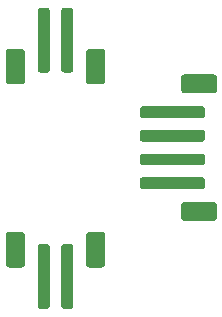
<source format=gbr>
G04 #@! TF.GenerationSoftware,KiCad,Pcbnew,(5.1.5-0)*
G04 #@! TF.CreationDate,2020-12-05T09:23:08-07:00*
G04 #@! TF.ProjectId,back_panel,6261636b-5f70-4616-9e65-6c2e6b696361,rev?*
G04 #@! TF.SameCoordinates,Original*
G04 #@! TF.FileFunction,Paste,Top*
G04 #@! TF.FilePolarity,Positive*
%FSLAX46Y46*%
G04 Gerber Fmt 4.6, Leading zero omitted, Abs format (unit mm)*
G04 Created by KiCad (PCBNEW (5.1.5-0)) date 2020-12-05 09:23:08*
%MOMM*%
%LPD*%
G04 APERTURE LIST*
%ADD10C,0.100000*%
G04 APERTURE END LIST*
D10*
G36*
X154424504Y-115201204D02*
G01*
X154448773Y-115204804D01*
X154472571Y-115210765D01*
X154495671Y-115219030D01*
X154517849Y-115229520D01*
X154538893Y-115242133D01*
X154558598Y-115256747D01*
X154576777Y-115273223D01*
X154593253Y-115291402D01*
X154607867Y-115311107D01*
X154620480Y-115332151D01*
X154630970Y-115354329D01*
X154639235Y-115377429D01*
X154645196Y-115401227D01*
X154648796Y-115425496D01*
X154650000Y-115450000D01*
X154650000Y-116550000D01*
X154648796Y-116574504D01*
X154645196Y-116598773D01*
X154639235Y-116622571D01*
X154630970Y-116645671D01*
X154620480Y-116667849D01*
X154607867Y-116688893D01*
X154593253Y-116708598D01*
X154576777Y-116726777D01*
X154558598Y-116743253D01*
X154538893Y-116757867D01*
X154517849Y-116770480D01*
X154495671Y-116780970D01*
X154472571Y-116789235D01*
X154448773Y-116795196D01*
X154424504Y-116798796D01*
X154400000Y-116800000D01*
X151900000Y-116800000D01*
X151875496Y-116798796D01*
X151851227Y-116795196D01*
X151827429Y-116789235D01*
X151804329Y-116780970D01*
X151782151Y-116770480D01*
X151761107Y-116757867D01*
X151741402Y-116743253D01*
X151723223Y-116726777D01*
X151706747Y-116708598D01*
X151692133Y-116688893D01*
X151679520Y-116667849D01*
X151669030Y-116645671D01*
X151660765Y-116622571D01*
X151654804Y-116598773D01*
X151651204Y-116574504D01*
X151650000Y-116550000D01*
X151650000Y-115450000D01*
X151651204Y-115425496D01*
X151654804Y-115401227D01*
X151660765Y-115377429D01*
X151669030Y-115354329D01*
X151679520Y-115332151D01*
X151692133Y-115311107D01*
X151706747Y-115291402D01*
X151723223Y-115273223D01*
X151741402Y-115256747D01*
X151761107Y-115242133D01*
X151782151Y-115229520D01*
X151804329Y-115219030D01*
X151827429Y-115210765D01*
X151851227Y-115204804D01*
X151875496Y-115201204D01*
X151900000Y-115200000D01*
X154400000Y-115200000D01*
X154424504Y-115201204D01*
G37*
G36*
X154424504Y-104401204D02*
G01*
X154448773Y-104404804D01*
X154472571Y-104410765D01*
X154495671Y-104419030D01*
X154517849Y-104429520D01*
X154538893Y-104442133D01*
X154558598Y-104456747D01*
X154576777Y-104473223D01*
X154593253Y-104491402D01*
X154607867Y-104511107D01*
X154620480Y-104532151D01*
X154630970Y-104554329D01*
X154639235Y-104577429D01*
X154645196Y-104601227D01*
X154648796Y-104625496D01*
X154650000Y-104650000D01*
X154650000Y-105750000D01*
X154648796Y-105774504D01*
X154645196Y-105798773D01*
X154639235Y-105822571D01*
X154630970Y-105845671D01*
X154620480Y-105867849D01*
X154607867Y-105888893D01*
X154593253Y-105908598D01*
X154576777Y-105926777D01*
X154558598Y-105943253D01*
X154538893Y-105957867D01*
X154517849Y-105970480D01*
X154495671Y-105980970D01*
X154472571Y-105989235D01*
X154448773Y-105995196D01*
X154424504Y-105998796D01*
X154400000Y-106000000D01*
X151900000Y-106000000D01*
X151875496Y-105998796D01*
X151851227Y-105995196D01*
X151827429Y-105989235D01*
X151804329Y-105980970D01*
X151782151Y-105970480D01*
X151761107Y-105957867D01*
X151741402Y-105943253D01*
X151723223Y-105926777D01*
X151706747Y-105908598D01*
X151692133Y-105888893D01*
X151679520Y-105867849D01*
X151669030Y-105845671D01*
X151660765Y-105822571D01*
X151654804Y-105798773D01*
X151651204Y-105774504D01*
X151650000Y-105750000D01*
X151650000Y-104650000D01*
X151651204Y-104625496D01*
X151654804Y-104601227D01*
X151660765Y-104577429D01*
X151669030Y-104554329D01*
X151679520Y-104532151D01*
X151692133Y-104511107D01*
X151706747Y-104491402D01*
X151723223Y-104473223D01*
X151741402Y-104456747D01*
X151761107Y-104442133D01*
X151782151Y-104429520D01*
X151804329Y-104419030D01*
X151827429Y-104410765D01*
X151851227Y-104404804D01*
X151875496Y-104401204D01*
X151900000Y-104400000D01*
X154400000Y-104400000D01*
X154424504Y-104401204D01*
G37*
G36*
X153424504Y-113101204D02*
G01*
X153448773Y-113104804D01*
X153472571Y-113110765D01*
X153495671Y-113119030D01*
X153517849Y-113129520D01*
X153538893Y-113142133D01*
X153558598Y-113156747D01*
X153576777Y-113173223D01*
X153593253Y-113191402D01*
X153607867Y-113211107D01*
X153620480Y-113232151D01*
X153630970Y-113254329D01*
X153639235Y-113277429D01*
X153645196Y-113301227D01*
X153648796Y-113325496D01*
X153650000Y-113350000D01*
X153650000Y-113850000D01*
X153648796Y-113874504D01*
X153645196Y-113898773D01*
X153639235Y-113922571D01*
X153630970Y-113945671D01*
X153620480Y-113967849D01*
X153607867Y-113988893D01*
X153593253Y-114008598D01*
X153576777Y-114026777D01*
X153558598Y-114043253D01*
X153538893Y-114057867D01*
X153517849Y-114070480D01*
X153495671Y-114080970D01*
X153472571Y-114089235D01*
X153448773Y-114095196D01*
X153424504Y-114098796D01*
X153400000Y-114100000D01*
X148400000Y-114100000D01*
X148375496Y-114098796D01*
X148351227Y-114095196D01*
X148327429Y-114089235D01*
X148304329Y-114080970D01*
X148282151Y-114070480D01*
X148261107Y-114057867D01*
X148241402Y-114043253D01*
X148223223Y-114026777D01*
X148206747Y-114008598D01*
X148192133Y-113988893D01*
X148179520Y-113967849D01*
X148169030Y-113945671D01*
X148160765Y-113922571D01*
X148154804Y-113898773D01*
X148151204Y-113874504D01*
X148150000Y-113850000D01*
X148150000Y-113350000D01*
X148151204Y-113325496D01*
X148154804Y-113301227D01*
X148160765Y-113277429D01*
X148169030Y-113254329D01*
X148179520Y-113232151D01*
X148192133Y-113211107D01*
X148206747Y-113191402D01*
X148223223Y-113173223D01*
X148241402Y-113156747D01*
X148261107Y-113142133D01*
X148282151Y-113129520D01*
X148304329Y-113119030D01*
X148327429Y-113110765D01*
X148351227Y-113104804D01*
X148375496Y-113101204D01*
X148400000Y-113100000D01*
X153400000Y-113100000D01*
X153424504Y-113101204D01*
G37*
G36*
X153424504Y-111101204D02*
G01*
X153448773Y-111104804D01*
X153472571Y-111110765D01*
X153495671Y-111119030D01*
X153517849Y-111129520D01*
X153538893Y-111142133D01*
X153558598Y-111156747D01*
X153576777Y-111173223D01*
X153593253Y-111191402D01*
X153607867Y-111211107D01*
X153620480Y-111232151D01*
X153630970Y-111254329D01*
X153639235Y-111277429D01*
X153645196Y-111301227D01*
X153648796Y-111325496D01*
X153650000Y-111350000D01*
X153650000Y-111850000D01*
X153648796Y-111874504D01*
X153645196Y-111898773D01*
X153639235Y-111922571D01*
X153630970Y-111945671D01*
X153620480Y-111967849D01*
X153607867Y-111988893D01*
X153593253Y-112008598D01*
X153576777Y-112026777D01*
X153558598Y-112043253D01*
X153538893Y-112057867D01*
X153517849Y-112070480D01*
X153495671Y-112080970D01*
X153472571Y-112089235D01*
X153448773Y-112095196D01*
X153424504Y-112098796D01*
X153400000Y-112100000D01*
X148400000Y-112100000D01*
X148375496Y-112098796D01*
X148351227Y-112095196D01*
X148327429Y-112089235D01*
X148304329Y-112080970D01*
X148282151Y-112070480D01*
X148261107Y-112057867D01*
X148241402Y-112043253D01*
X148223223Y-112026777D01*
X148206747Y-112008598D01*
X148192133Y-111988893D01*
X148179520Y-111967849D01*
X148169030Y-111945671D01*
X148160765Y-111922571D01*
X148154804Y-111898773D01*
X148151204Y-111874504D01*
X148150000Y-111850000D01*
X148150000Y-111350000D01*
X148151204Y-111325496D01*
X148154804Y-111301227D01*
X148160765Y-111277429D01*
X148169030Y-111254329D01*
X148179520Y-111232151D01*
X148192133Y-111211107D01*
X148206747Y-111191402D01*
X148223223Y-111173223D01*
X148241402Y-111156747D01*
X148261107Y-111142133D01*
X148282151Y-111129520D01*
X148304329Y-111119030D01*
X148327429Y-111110765D01*
X148351227Y-111104804D01*
X148375496Y-111101204D01*
X148400000Y-111100000D01*
X153400000Y-111100000D01*
X153424504Y-111101204D01*
G37*
G36*
X153424504Y-109101204D02*
G01*
X153448773Y-109104804D01*
X153472571Y-109110765D01*
X153495671Y-109119030D01*
X153517849Y-109129520D01*
X153538893Y-109142133D01*
X153558598Y-109156747D01*
X153576777Y-109173223D01*
X153593253Y-109191402D01*
X153607867Y-109211107D01*
X153620480Y-109232151D01*
X153630970Y-109254329D01*
X153639235Y-109277429D01*
X153645196Y-109301227D01*
X153648796Y-109325496D01*
X153650000Y-109350000D01*
X153650000Y-109850000D01*
X153648796Y-109874504D01*
X153645196Y-109898773D01*
X153639235Y-109922571D01*
X153630970Y-109945671D01*
X153620480Y-109967849D01*
X153607867Y-109988893D01*
X153593253Y-110008598D01*
X153576777Y-110026777D01*
X153558598Y-110043253D01*
X153538893Y-110057867D01*
X153517849Y-110070480D01*
X153495671Y-110080970D01*
X153472571Y-110089235D01*
X153448773Y-110095196D01*
X153424504Y-110098796D01*
X153400000Y-110100000D01*
X148400000Y-110100000D01*
X148375496Y-110098796D01*
X148351227Y-110095196D01*
X148327429Y-110089235D01*
X148304329Y-110080970D01*
X148282151Y-110070480D01*
X148261107Y-110057867D01*
X148241402Y-110043253D01*
X148223223Y-110026777D01*
X148206747Y-110008598D01*
X148192133Y-109988893D01*
X148179520Y-109967849D01*
X148169030Y-109945671D01*
X148160765Y-109922571D01*
X148154804Y-109898773D01*
X148151204Y-109874504D01*
X148150000Y-109850000D01*
X148150000Y-109350000D01*
X148151204Y-109325496D01*
X148154804Y-109301227D01*
X148160765Y-109277429D01*
X148169030Y-109254329D01*
X148179520Y-109232151D01*
X148192133Y-109211107D01*
X148206747Y-109191402D01*
X148223223Y-109173223D01*
X148241402Y-109156747D01*
X148261107Y-109142133D01*
X148282151Y-109129520D01*
X148304329Y-109119030D01*
X148327429Y-109110765D01*
X148351227Y-109104804D01*
X148375496Y-109101204D01*
X148400000Y-109100000D01*
X153400000Y-109100000D01*
X153424504Y-109101204D01*
G37*
G36*
X153424504Y-107101204D02*
G01*
X153448773Y-107104804D01*
X153472571Y-107110765D01*
X153495671Y-107119030D01*
X153517849Y-107129520D01*
X153538893Y-107142133D01*
X153558598Y-107156747D01*
X153576777Y-107173223D01*
X153593253Y-107191402D01*
X153607867Y-107211107D01*
X153620480Y-107232151D01*
X153630970Y-107254329D01*
X153639235Y-107277429D01*
X153645196Y-107301227D01*
X153648796Y-107325496D01*
X153650000Y-107350000D01*
X153650000Y-107850000D01*
X153648796Y-107874504D01*
X153645196Y-107898773D01*
X153639235Y-107922571D01*
X153630970Y-107945671D01*
X153620480Y-107967849D01*
X153607867Y-107988893D01*
X153593253Y-108008598D01*
X153576777Y-108026777D01*
X153558598Y-108043253D01*
X153538893Y-108057867D01*
X153517849Y-108070480D01*
X153495671Y-108080970D01*
X153472571Y-108089235D01*
X153448773Y-108095196D01*
X153424504Y-108098796D01*
X153400000Y-108100000D01*
X148400000Y-108100000D01*
X148375496Y-108098796D01*
X148351227Y-108095196D01*
X148327429Y-108089235D01*
X148304329Y-108080970D01*
X148282151Y-108070480D01*
X148261107Y-108057867D01*
X148241402Y-108043253D01*
X148223223Y-108026777D01*
X148206747Y-108008598D01*
X148192133Y-107988893D01*
X148179520Y-107967849D01*
X148169030Y-107945671D01*
X148160765Y-107922571D01*
X148154804Y-107898773D01*
X148151204Y-107874504D01*
X148150000Y-107850000D01*
X148150000Y-107350000D01*
X148151204Y-107325496D01*
X148154804Y-107301227D01*
X148160765Y-107277429D01*
X148169030Y-107254329D01*
X148179520Y-107232151D01*
X148192133Y-107211107D01*
X148206747Y-107191402D01*
X148223223Y-107173223D01*
X148241402Y-107156747D01*
X148261107Y-107142133D01*
X148282151Y-107129520D01*
X148304329Y-107119030D01*
X148327429Y-107110765D01*
X148351227Y-107104804D01*
X148375496Y-107101204D01*
X148400000Y-107100000D01*
X153400000Y-107100000D01*
X153424504Y-107101204D01*
G37*
G36*
X144974504Y-117751204D02*
G01*
X144998773Y-117754804D01*
X145022571Y-117760765D01*
X145045671Y-117769030D01*
X145067849Y-117779520D01*
X145088893Y-117792133D01*
X145108598Y-117806747D01*
X145126777Y-117823223D01*
X145143253Y-117841402D01*
X145157867Y-117861107D01*
X145170480Y-117882151D01*
X145180970Y-117904329D01*
X145189235Y-117927429D01*
X145195196Y-117951227D01*
X145198796Y-117975496D01*
X145200000Y-118000000D01*
X145200000Y-120500000D01*
X145198796Y-120524504D01*
X145195196Y-120548773D01*
X145189235Y-120572571D01*
X145180970Y-120595671D01*
X145170480Y-120617849D01*
X145157867Y-120638893D01*
X145143253Y-120658598D01*
X145126777Y-120676777D01*
X145108598Y-120693253D01*
X145088893Y-120707867D01*
X145067849Y-120720480D01*
X145045671Y-120730970D01*
X145022571Y-120739235D01*
X144998773Y-120745196D01*
X144974504Y-120748796D01*
X144950000Y-120750000D01*
X143850000Y-120750000D01*
X143825496Y-120748796D01*
X143801227Y-120745196D01*
X143777429Y-120739235D01*
X143754329Y-120730970D01*
X143732151Y-120720480D01*
X143711107Y-120707867D01*
X143691402Y-120693253D01*
X143673223Y-120676777D01*
X143656747Y-120658598D01*
X143642133Y-120638893D01*
X143629520Y-120617849D01*
X143619030Y-120595671D01*
X143610765Y-120572571D01*
X143604804Y-120548773D01*
X143601204Y-120524504D01*
X143600000Y-120500000D01*
X143600000Y-118000000D01*
X143601204Y-117975496D01*
X143604804Y-117951227D01*
X143610765Y-117927429D01*
X143619030Y-117904329D01*
X143629520Y-117882151D01*
X143642133Y-117861107D01*
X143656747Y-117841402D01*
X143673223Y-117823223D01*
X143691402Y-117806747D01*
X143711107Y-117792133D01*
X143732151Y-117779520D01*
X143754329Y-117769030D01*
X143777429Y-117760765D01*
X143801227Y-117754804D01*
X143825496Y-117751204D01*
X143850000Y-117750000D01*
X144950000Y-117750000D01*
X144974504Y-117751204D01*
G37*
G36*
X138174504Y-117751204D02*
G01*
X138198773Y-117754804D01*
X138222571Y-117760765D01*
X138245671Y-117769030D01*
X138267849Y-117779520D01*
X138288893Y-117792133D01*
X138308598Y-117806747D01*
X138326777Y-117823223D01*
X138343253Y-117841402D01*
X138357867Y-117861107D01*
X138370480Y-117882151D01*
X138380970Y-117904329D01*
X138389235Y-117927429D01*
X138395196Y-117951227D01*
X138398796Y-117975496D01*
X138400000Y-118000000D01*
X138400000Y-120500000D01*
X138398796Y-120524504D01*
X138395196Y-120548773D01*
X138389235Y-120572571D01*
X138380970Y-120595671D01*
X138370480Y-120617849D01*
X138357867Y-120638893D01*
X138343253Y-120658598D01*
X138326777Y-120676777D01*
X138308598Y-120693253D01*
X138288893Y-120707867D01*
X138267849Y-120720480D01*
X138245671Y-120730970D01*
X138222571Y-120739235D01*
X138198773Y-120745196D01*
X138174504Y-120748796D01*
X138150000Y-120750000D01*
X137050000Y-120750000D01*
X137025496Y-120748796D01*
X137001227Y-120745196D01*
X136977429Y-120739235D01*
X136954329Y-120730970D01*
X136932151Y-120720480D01*
X136911107Y-120707867D01*
X136891402Y-120693253D01*
X136873223Y-120676777D01*
X136856747Y-120658598D01*
X136842133Y-120638893D01*
X136829520Y-120617849D01*
X136819030Y-120595671D01*
X136810765Y-120572571D01*
X136804804Y-120548773D01*
X136801204Y-120524504D01*
X136800000Y-120500000D01*
X136800000Y-118000000D01*
X136801204Y-117975496D01*
X136804804Y-117951227D01*
X136810765Y-117927429D01*
X136819030Y-117904329D01*
X136829520Y-117882151D01*
X136842133Y-117861107D01*
X136856747Y-117841402D01*
X136873223Y-117823223D01*
X136891402Y-117806747D01*
X136911107Y-117792133D01*
X136932151Y-117779520D01*
X136954329Y-117769030D01*
X136977429Y-117760765D01*
X137001227Y-117754804D01*
X137025496Y-117751204D01*
X137050000Y-117750000D01*
X138150000Y-117750000D01*
X138174504Y-117751204D01*
G37*
G36*
X142274504Y-118751204D02*
G01*
X142298773Y-118754804D01*
X142322571Y-118760765D01*
X142345671Y-118769030D01*
X142367849Y-118779520D01*
X142388893Y-118792133D01*
X142408598Y-118806747D01*
X142426777Y-118823223D01*
X142443253Y-118841402D01*
X142457867Y-118861107D01*
X142470480Y-118882151D01*
X142480970Y-118904329D01*
X142489235Y-118927429D01*
X142495196Y-118951227D01*
X142498796Y-118975496D01*
X142500000Y-119000000D01*
X142500000Y-124000000D01*
X142498796Y-124024504D01*
X142495196Y-124048773D01*
X142489235Y-124072571D01*
X142480970Y-124095671D01*
X142470480Y-124117849D01*
X142457867Y-124138893D01*
X142443253Y-124158598D01*
X142426777Y-124176777D01*
X142408598Y-124193253D01*
X142388893Y-124207867D01*
X142367849Y-124220480D01*
X142345671Y-124230970D01*
X142322571Y-124239235D01*
X142298773Y-124245196D01*
X142274504Y-124248796D01*
X142250000Y-124250000D01*
X141750000Y-124250000D01*
X141725496Y-124248796D01*
X141701227Y-124245196D01*
X141677429Y-124239235D01*
X141654329Y-124230970D01*
X141632151Y-124220480D01*
X141611107Y-124207867D01*
X141591402Y-124193253D01*
X141573223Y-124176777D01*
X141556747Y-124158598D01*
X141542133Y-124138893D01*
X141529520Y-124117849D01*
X141519030Y-124095671D01*
X141510765Y-124072571D01*
X141504804Y-124048773D01*
X141501204Y-124024504D01*
X141500000Y-124000000D01*
X141500000Y-119000000D01*
X141501204Y-118975496D01*
X141504804Y-118951227D01*
X141510765Y-118927429D01*
X141519030Y-118904329D01*
X141529520Y-118882151D01*
X141542133Y-118861107D01*
X141556747Y-118841402D01*
X141573223Y-118823223D01*
X141591402Y-118806747D01*
X141611107Y-118792133D01*
X141632151Y-118779520D01*
X141654329Y-118769030D01*
X141677429Y-118760765D01*
X141701227Y-118754804D01*
X141725496Y-118751204D01*
X141750000Y-118750000D01*
X142250000Y-118750000D01*
X142274504Y-118751204D01*
G37*
G36*
X140274504Y-118751204D02*
G01*
X140298773Y-118754804D01*
X140322571Y-118760765D01*
X140345671Y-118769030D01*
X140367849Y-118779520D01*
X140388893Y-118792133D01*
X140408598Y-118806747D01*
X140426777Y-118823223D01*
X140443253Y-118841402D01*
X140457867Y-118861107D01*
X140470480Y-118882151D01*
X140480970Y-118904329D01*
X140489235Y-118927429D01*
X140495196Y-118951227D01*
X140498796Y-118975496D01*
X140500000Y-119000000D01*
X140500000Y-124000000D01*
X140498796Y-124024504D01*
X140495196Y-124048773D01*
X140489235Y-124072571D01*
X140480970Y-124095671D01*
X140470480Y-124117849D01*
X140457867Y-124138893D01*
X140443253Y-124158598D01*
X140426777Y-124176777D01*
X140408598Y-124193253D01*
X140388893Y-124207867D01*
X140367849Y-124220480D01*
X140345671Y-124230970D01*
X140322571Y-124239235D01*
X140298773Y-124245196D01*
X140274504Y-124248796D01*
X140250000Y-124250000D01*
X139750000Y-124250000D01*
X139725496Y-124248796D01*
X139701227Y-124245196D01*
X139677429Y-124239235D01*
X139654329Y-124230970D01*
X139632151Y-124220480D01*
X139611107Y-124207867D01*
X139591402Y-124193253D01*
X139573223Y-124176777D01*
X139556747Y-124158598D01*
X139542133Y-124138893D01*
X139529520Y-124117849D01*
X139519030Y-124095671D01*
X139510765Y-124072571D01*
X139504804Y-124048773D01*
X139501204Y-124024504D01*
X139500000Y-124000000D01*
X139500000Y-119000000D01*
X139501204Y-118975496D01*
X139504804Y-118951227D01*
X139510765Y-118927429D01*
X139519030Y-118904329D01*
X139529520Y-118882151D01*
X139542133Y-118861107D01*
X139556747Y-118841402D01*
X139573223Y-118823223D01*
X139591402Y-118806747D01*
X139611107Y-118792133D01*
X139632151Y-118779520D01*
X139654329Y-118769030D01*
X139677429Y-118760765D01*
X139701227Y-118754804D01*
X139725496Y-118751204D01*
X139750000Y-118750000D01*
X140250000Y-118750000D01*
X140274504Y-118751204D01*
G37*
G36*
X138174504Y-102251204D02*
G01*
X138198773Y-102254804D01*
X138222571Y-102260765D01*
X138245671Y-102269030D01*
X138267849Y-102279520D01*
X138288893Y-102292133D01*
X138308598Y-102306747D01*
X138326777Y-102323223D01*
X138343253Y-102341402D01*
X138357867Y-102361107D01*
X138370480Y-102382151D01*
X138380970Y-102404329D01*
X138389235Y-102427429D01*
X138395196Y-102451227D01*
X138398796Y-102475496D01*
X138400000Y-102500000D01*
X138400000Y-105000000D01*
X138398796Y-105024504D01*
X138395196Y-105048773D01*
X138389235Y-105072571D01*
X138380970Y-105095671D01*
X138370480Y-105117849D01*
X138357867Y-105138893D01*
X138343253Y-105158598D01*
X138326777Y-105176777D01*
X138308598Y-105193253D01*
X138288893Y-105207867D01*
X138267849Y-105220480D01*
X138245671Y-105230970D01*
X138222571Y-105239235D01*
X138198773Y-105245196D01*
X138174504Y-105248796D01*
X138150000Y-105250000D01*
X137050000Y-105250000D01*
X137025496Y-105248796D01*
X137001227Y-105245196D01*
X136977429Y-105239235D01*
X136954329Y-105230970D01*
X136932151Y-105220480D01*
X136911107Y-105207867D01*
X136891402Y-105193253D01*
X136873223Y-105176777D01*
X136856747Y-105158598D01*
X136842133Y-105138893D01*
X136829520Y-105117849D01*
X136819030Y-105095671D01*
X136810765Y-105072571D01*
X136804804Y-105048773D01*
X136801204Y-105024504D01*
X136800000Y-105000000D01*
X136800000Y-102500000D01*
X136801204Y-102475496D01*
X136804804Y-102451227D01*
X136810765Y-102427429D01*
X136819030Y-102404329D01*
X136829520Y-102382151D01*
X136842133Y-102361107D01*
X136856747Y-102341402D01*
X136873223Y-102323223D01*
X136891402Y-102306747D01*
X136911107Y-102292133D01*
X136932151Y-102279520D01*
X136954329Y-102269030D01*
X136977429Y-102260765D01*
X137001227Y-102254804D01*
X137025496Y-102251204D01*
X137050000Y-102250000D01*
X138150000Y-102250000D01*
X138174504Y-102251204D01*
G37*
G36*
X144974504Y-102251204D02*
G01*
X144998773Y-102254804D01*
X145022571Y-102260765D01*
X145045671Y-102269030D01*
X145067849Y-102279520D01*
X145088893Y-102292133D01*
X145108598Y-102306747D01*
X145126777Y-102323223D01*
X145143253Y-102341402D01*
X145157867Y-102361107D01*
X145170480Y-102382151D01*
X145180970Y-102404329D01*
X145189235Y-102427429D01*
X145195196Y-102451227D01*
X145198796Y-102475496D01*
X145200000Y-102500000D01*
X145200000Y-105000000D01*
X145198796Y-105024504D01*
X145195196Y-105048773D01*
X145189235Y-105072571D01*
X145180970Y-105095671D01*
X145170480Y-105117849D01*
X145157867Y-105138893D01*
X145143253Y-105158598D01*
X145126777Y-105176777D01*
X145108598Y-105193253D01*
X145088893Y-105207867D01*
X145067849Y-105220480D01*
X145045671Y-105230970D01*
X145022571Y-105239235D01*
X144998773Y-105245196D01*
X144974504Y-105248796D01*
X144950000Y-105250000D01*
X143850000Y-105250000D01*
X143825496Y-105248796D01*
X143801227Y-105245196D01*
X143777429Y-105239235D01*
X143754329Y-105230970D01*
X143732151Y-105220480D01*
X143711107Y-105207867D01*
X143691402Y-105193253D01*
X143673223Y-105176777D01*
X143656747Y-105158598D01*
X143642133Y-105138893D01*
X143629520Y-105117849D01*
X143619030Y-105095671D01*
X143610765Y-105072571D01*
X143604804Y-105048773D01*
X143601204Y-105024504D01*
X143600000Y-105000000D01*
X143600000Y-102500000D01*
X143601204Y-102475496D01*
X143604804Y-102451227D01*
X143610765Y-102427429D01*
X143619030Y-102404329D01*
X143629520Y-102382151D01*
X143642133Y-102361107D01*
X143656747Y-102341402D01*
X143673223Y-102323223D01*
X143691402Y-102306747D01*
X143711107Y-102292133D01*
X143732151Y-102279520D01*
X143754329Y-102269030D01*
X143777429Y-102260765D01*
X143801227Y-102254804D01*
X143825496Y-102251204D01*
X143850000Y-102250000D01*
X144950000Y-102250000D01*
X144974504Y-102251204D01*
G37*
G36*
X140274504Y-98751204D02*
G01*
X140298773Y-98754804D01*
X140322571Y-98760765D01*
X140345671Y-98769030D01*
X140367849Y-98779520D01*
X140388893Y-98792133D01*
X140408598Y-98806747D01*
X140426777Y-98823223D01*
X140443253Y-98841402D01*
X140457867Y-98861107D01*
X140470480Y-98882151D01*
X140480970Y-98904329D01*
X140489235Y-98927429D01*
X140495196Y-98951227D01*
X140498796Y-98975496D01*
X140500000Y-99000000D01*
X140500000Y-104000000D01*
X140498796Y-104024504D01*
X140495196Y-104048773D01*
X140489235Y-104072571D01*
X140480970Y-104095671D01*
X140470480Y-104117849D01*
X140457867Y-104138893D01*
X140443253Y-104158598D01*
X140426777Y-104176777D01*
X140408598Y-104193253D01*
X140388893Y-104207867D01*
X140367849Y-104220480D01*
X140345671Y-104230970D01*
X140322571Y-104239235D01*
X140298773Y-104245196D01*
X140274504Y-104248796D01*
X140250000Y-104250000D01*
X139750000Y-104250000D01*
X139725496Y-104248796D01*
X139701227Y-104245196D01*
X139677429Y-104239235D01*
X139654329Y-104230970D01*
X139632151Y-104220480D01*
X139611107Y-104207867D01*
X139591402Y-104193253D01*
X139573223Y-104176777D01*
X139556747Y-104158598D01*
X139542133Y-104138893D01*
X139529520Y-104117849D01*
X139519030Y-104095671D01*
X139510765Y-104072571D01*
X139504804Y-104048773D01*
X139501204Y-104024504D01*
X139500000Y-104000000D01*
X139500000Y-99000000D01*
X139501204Y-98975496D01*
X139504804Y-98951227D01*
X139510765Y-98927429D01*
X139519030Y-98904329D01*
X139529520Y-98882151D01*
X139542133Y-98861107D01*
X139556747Y-98841402D01*
X139573223Y-98823223D01*
X139591402Y-98806747D01*
X139611107Y-98792133D01*
X139632151Y-98779520D01*
X139654329Y-98769030D01*
X139677429Y-98760765D01*
X139701227Y-98754804D01*
X139725496Y-98751204D01*
X139750000Y-98750000D01*
X140250000Y-98750000D01*
X140274504Y-98751204D01*
G37*
G36*
X142274504Y-98751204D02*
G01*
X142298773Y-98754804D01*
X142322571Y-98760765D01*
X142345671Y-98769030D01*
X142367849Y-98779520D01*
X142388893Y-98792133D01*
X142408598Y-98806747D01*
X142426777Y-98823223D01*
X142443253Y-98841402D01*
X142457867Y-98861107D01*
X142470480Y-98882151D01*
X142480970Y-98904329D01*
X142489235Y-98927429D01*
X142495196Y-98951227D01*
X142498796Y-98975496D01*
X142500000Y-99000000D01*
X142500000Y-104000000D01*
X142498796Y-104024504D01*
X142495196Y-104048773D01*
X142489235Y-104072571D01*
X142480970Y-104095671D01*
X142470480Y-104117849D01*
X142457867Y-104138893D01*
X142443253Y-104158598D01*
X142426777Y-104176777D01*
X142408598Y-104193253D01*
X142388893Y-104207867D01*
X142367849Y-104220480D01*
X142345671Y-104230970D01*
X142322571Y-104239235D01*
X142298773Y-104245196D01*
X142274504Y-104248796D01*
X142250000Y-104250000D01*
X141750000Y-104250000D01*
X141725496Y-104248796D01*
X141701227Y-104245196D01*
X141677429Y-104239235D01*
X141654329Y-104230970D01*
X141632151Y-104220480D01*
X141611107Y-104207867D01*
X141591402Y-104193253D01*
X141573223Y-104176777D01*
X141556747Y-104158598D01*
X141542133Y-104138893D01*
X141529520Y-104117849D01*
X141519030Y-104095671D01*
X141510765Y-104072571D01*
X141504804Y-104048773D01*
X141501204Y-104024504D01*
X141500000Y-104000000D01*
X141500000Y-99000000D01*
X141501204Y-98975496D01*
X141504804Y-98951227D01*
X141510765Y-98927429D01*
X141519030Y-98904329D01*
X141529520Y-98882151D01*
X141542133Y-98861107D01*
X141556747Y-98841402D01*
X141573223Y-98823223D01*
X141591402Y-98806747D01*
X141611107Y-98792133D01*
X141632151Y-98779520D01*
X141654329Y-98769030D01*
X141677429Y-98760765D01*
X141701227Y-98754804D01*
X141725496Y-98751204D01*
X141750000Y-98750000D01*
X142250000Y-98750000D01*
X142274504Y-98751204D01*
G37*
M02*

</source>
